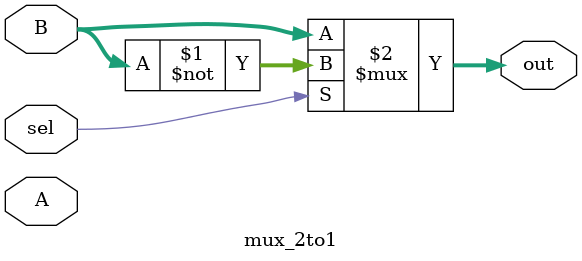
<source format=v>
module mux_2to1(input [31:0] A, input [31:0] B, input sel, output [31:0] out);
    assign out = sel ? ~B : B;
endmodule

</source>
